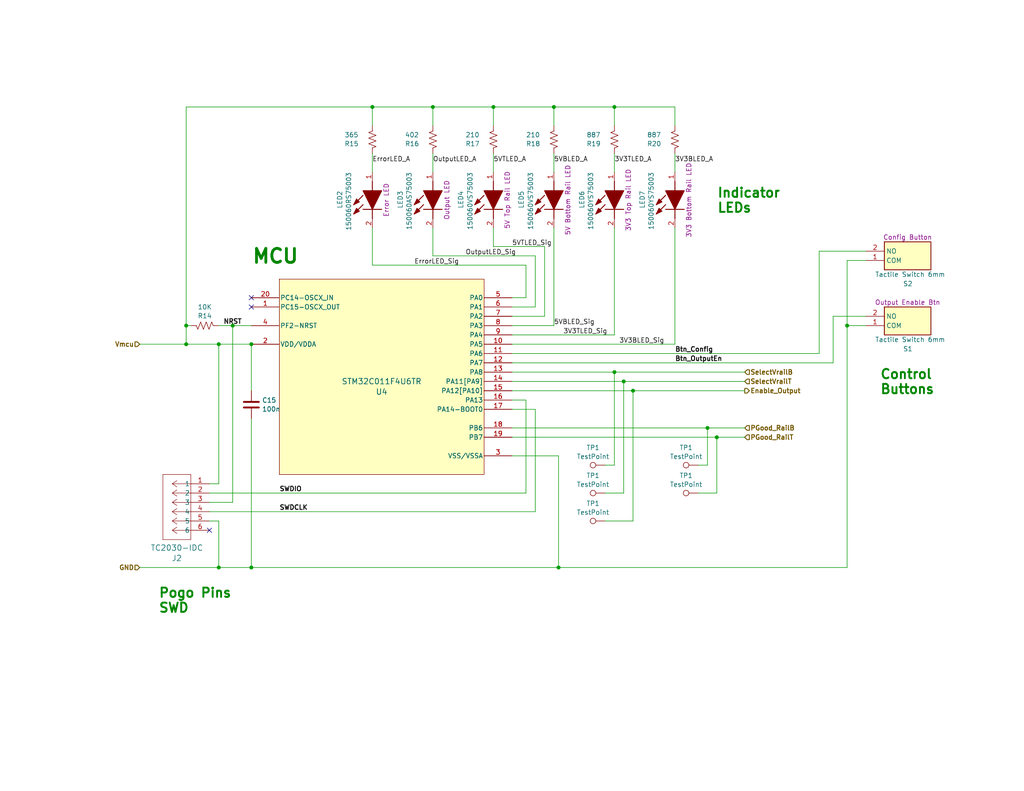
<source format=kicad_sch>
(kicad_sch (version 20230121) (generator eeschema)
  (paper "USLetter")
  (title_block (title "1016 Breadboard Power Supply - MCU Control") (date "2023-10-01") (rev "1") (company "Dan Wilson") (comment 1 "Copyright © 2023, Dan Wilson"))
  (lib_symbols
    (symbol "1016:150060AS75003" (pin_names hide)
      (property "Reference" "LED" (at -8.89 8.89 0))
      (property "Value" "150060AS75003" (at -8.89 6.35 0))
      (symbol "150060AS75003_1_1"
        (polyline (pts (xy -5.08 0) (xy -2.54 0)) (stroke (width 0.254)))
        (polyline (pts (xy -2.54 2.54) (xy -2.54 -2.54)) (stroke (width 0.254)))
        (polyline (pts (xy -1.27 2.54) (xy -3.81 5.08)) (stroke (width 0.254)))
        (polyline (pts (xy 1.27 2.54) (xy -1.27 5.08)) (stroke (width 0.254)))
        (polyline (pts (xy 2.54 0) (xy 5.08 0)) (stroke (width 0.254)))
        (polyline (pts (xy -2.54 0) (xy 2.54 2.54) (xy 2.54 -2.54) (xy -2.54 0)) (stroke (width 0.254)) (fill (type outline)))
        (polyline (pts (xy -2.286 4.318) (xy -3.048 3.556) (xy -3.81 5.08) (xy -2.286 4.318)) (stroke (width 0.254)) (fill (type outline)))
        (polyline (pts (xy 0.254 4.318) (xy -0.508 3.556) (xy -1.27 5.08) (xy 0.254 4.318)) (stroke (width 0.254)) (fill (type outline)))
        (pin passive line (at 7.62 0 180) (length 2.54) (name "A") (number "1"))
        (pin passive line (at -7.62 0 0) (length 2.54) (name "K") (number "2"))
      )
    )
    (symbol "1016:150060RS75003" (pin_names hide)
      (property "Reference" "LED" (at -8.89 8.89 0))
      (property "Value" "150060RS75003" (at -8.89 6.35 0))
      (symbol "150060RS75003_1_1"
        (polyline (pts (xy -5.08 0) (xy -2.54 0)) (stroke (width 0.254)))
        (polyline (pts (xy -2.54 2.54) (xy -2.54 -2.54)) (stroke (width 0.254)))
        (polyline (pts (xy -1.27 2.54) (xy -3.81 5.08)) (stroke (width 0.254)))
        (polyline (pts (xy 1.27 2.54) (xy -1.27 5.08)) (stroke (width 0.254)))
        (polyline (pts (xy 2.54 0) (xy 5.08 0)) (stroke (width 0.254)))
        (polyline (pts (xy -2.54 0) (xy 2.54 2.54) (xy 2.54 -2.54) (xy -2.54 0)) (stroke (width 0.254)) (fill (type outline)))
        (polyline (pts (xy -2.286 4.318) (xy -3.048 3.556) (xy -3.81 5.08) (xy -2.286 4.318)) (stroke (width 0.254)) (fill (type outline)))
        (polyline (pts (xy 0.254 4.318) (xy -0.508 3.556) (xy -1.27 5.08) (xy 0.254 4.318)) (stroke (width 0.254)) (fill (type outline)))
        (pin passive line (at 7.62 0 180) (length 2.54) (name "A") (number "1"))
        (pin passive line (at -7.62 0 0) (length 2.54) (name "K") (number "2"))
      )
    )
    (symbol "1016:150060VS75003" (pin_names hide)
      (property "Reference" "LED" (at -8.89 8.89 0))
      (property "Value" "150060VS75003" (at -8.89 6.35 0))
      (symbol "150060VS75003_1_1"
        (polyline (pts (xy -5.08 0) (xy -2.54 0)) (stroke (width 0.254)))
        (polyline (pts (xy -2.54 2.54) (xy -2.54 -2.54)) (stroke (width 0.254)))
        (polyline (pts (xy -1.27 2.54) (xy -3.81 5.08)) (stroke (width 0.254)))
        (polyline (pts (xy 1.27 2.54) (xy -1.27 5.08)) (stroke (width 0.254)))
        (polyline (pts (xy 2.54 0) (xy 5.08 0)) (stroke (width 0.254)))
        (polyline (pts (xy -2.54 0) (xy 2.54 2.54) (xy 2.54 -2.54) (xy -2.54 0)) (stroke (width 0.254)) (fill (type outline)))
        (polyline (pts (xy -2.286 4.318) (xy -3.048 3.556) (xy -3.81 5.08) (xy -2.286 4.318)) (stroke (width 0.254)) (fill (type outline)))
        (polyline (pts (xy 0.254 4.318) (xy -0.508 3.556) (xy -1.27 5.08) (xy 0.254 4.318)) (stroke (width 0.254)) (fill (type outline)))
        (pin passive line (at 7.62 0 180) (length 2.54) (name "A") (number "1"))
        (pin passive line (at -7.62 0 0) (length 2.54) (name "K") (number "2"))
      )
    )
    (symbol "1016:150060YS75003" (pin_names hide)
      (property "Reference" "LED" (at -8.89 8.89 0))
      (property "Value" "150060YS75003" (at -8.89 6.35 0))
      (symbol "150060YS75003_1_1"
        (polyline (pts (xy -5.08 0) (xy -2.54 0)) (stroke (width 0.254)))
        (polyline (pts (xy -2.54 2.54) (xy -2.54 -2.54)) (stroke (width 0.254)))
        (polyline (pts (xy -1.27 2.54) (xy -3.81 5.08)) (stroke (width 0.254)))
        (polyline (pts (xy 1.27 2.54) (xy -1.27 5.08)) (stroke (width 0.254)))
        (polyline (pts (xy 2.54 0) (xy 5.08 0)) (stroke (width 0.254)))
        (polyline (pts (xy -2.54 0) (xy 2.54 2.54) (xy 2.54 -2.54) (xy -2.54 0)) (stroke (width 0.254)) (fill (type outline)))
        (polyline (pts (xy -2.286 4.318) (xy -3.048 3.556) (xy -3.81 5.08) (xy -2.286 4.318)) (stroke (width 0.254)) (fill (type outline)))
        (polyline (pts (xy 0.254 4.318) (xy -0.508 3.556) (xy -1.27 5.08) (xy 0.254 4.318)) (stroke (width 0.254)) (fill (type outline)))
        (pin passive line (at 7.62 0 180) (length 2.54) (name "A") (number "1"))
        (pin passive line (at -7.62 0 0) (length 2.54) (name "K") (number "2"))
      )
    )
    (symbol "1016:PTS636_SK25J_SMTR_LFS"
      (property "Reference" "S?" (at -1.27 8.89 0))
      (property "Value" "PTS636_SK25J_SMTR_LFS" (at -11.43 6.35 0))
      (symbol "PTS636_SK25J_SMTR_LFS_1_1"
        (rectangle (start -6.35 3.81) (end 6.35 -3.81) (stroke (width 0.254)) (fill (type background)))
        (pin passive line (at -11.43 1.27 0) (length 5.08) (name "COM") (number "1"))
        (pin passive line (at -11.43 -1.27 0) (length 5.08) (name "NO") (number "2"))
      )
    )
    (symbol "1016:STM32C011F4U6TR" (pin_names (offset 0.254))
      (property "Reference" "U4" (at 35.56 -25.6928 0))
      (property "Value" "STM32C011F4U6TR" (at 35.56 -22.86 0))
      (symbol "STM32C011F4U6TR_0_1"
        (pin bidirectional line (at 71.12 -2.54 180) (length 7.62) (name "PC15-OSCX_OUT") (number "1"))
        (pin bidirectional line (at 0 -12.7 0) (length 7.62) (name "PA5") (number "10"))
        (pin bidirectional line (at 0 -15.24 0) (length 7.62) (name "PA6") (number "11"))
        (pin bidirectional line (at 0 -17.78 0) (length 7.62) (name "PA7") (number "12"))
        (pin bidirectional line (at 0 -20.32 0) (length 7.62) (name "PA8") (number "13"))
        (pin bidirectional line (at 0 -22.86 0) (length 7.62) (name "PA11[PA9]") (number "14"))
        (pin bidirectional line (at 0 -25.4 0) (length 7.62) (name "PA12[PA10]") (number "15"))
        (pin bidirectional line (at 0 -27.94 0) (length 7.62) (name "PA13") (number "16"))
        (pin bidirectional line (at 0 -30.48 0) (length 7.62) (name "PA14-BOOT0") (number "17"))
        (pin bidirectional line (at 0 -35.56 0) (length 7.62) (name "PB6") (number "18"))
        (pin bidirectional line (at 0 -38.1 0) (length 7.62) (name "PB7") (number "19"))
        (pin power_in line (at 71.12 -12.7 180) (length 7.62) (name "VDD/VDDA") (number "2"))
        (pin bidirectional line (at 71.12 0 180) (length 7.62) (name "PC14-OSCX_IN") (number "20"))
        (pin power_in line (at 0 -43.18 0) (length 7.62) (name "VSS/VSSA") (number "3"))
        (pin bidirectional line (at 71.12 -7.62 180) (length 7.62) (name "PF2-NRST") (number "4"))
        (pin bidirectional line (at 0 0 0) (length 7.62) (name "PA0") (number "5"))
        (pin bidirectional line (at 0 -2.54 0) (length 7.62) (name "PA1") (number "6"))
        (pin bidirectional line (at 0 -5.08 0) (length 7.62) (name "PA2") (number "7"))
        (pin bidirectional line (at 0 -7.62 0) (length 7.62) (name "PA3") (number "8"))
        (pin bidirectional line (at 0 -10.16 0) (length 7.62) (name "PA4") (number "9"))
      )
      (symbol "STM32C011F4U6TR_1_1"
        (rectangle (start 7.62 5.08) (end 63.5 -48.26) (fill (type background)))
      )
    )
    (symbol "1016:TC2030-IDC" (pin_names (offset 0.254))
      (property "Reference" "J" (at 3.81 12.7 0))
      (property "Value" "TC2030-IDC" (at 3.81 10.16 0))
      (symbol "TC2030-IDC_1_1"
        (polyline (pts (xy 0 -8.89) (xy 7.62 -8.89)) (stroke (width 0.127)))
        (polyline (pts (xy 0 8.89) (xy 0 -8.89)) (stroke (width 0.127)))
        (polyline (pts (xy 5.08 -6.35) (xy 0 -6.35)) (stroke (width 0.127)))
        (polyline (pts (xy 5.08 -6.35) (xy 3.81 -7.1967)) (stroke (width 0.127)))
        (polyline (pts (xy 5.08 -6.35) (xy 3.81 -5.5033)) (stroke (width 0.127)))
        (polyline (pts (xy 5.08 -3.81) (xy 0 -3.81)) (stroke (width 0.127)))
        (polyline (pts (xy 5.08 -3.81) (xy 3.81 -4.6567)) (stroke (width 0.127)))
        (polyline (pts (xy 5.08 -3.81) (xy 3.81 -2.9633)) (stroke (width 0.127)))
        (polyline (pts (xy 5.08 -1.27) (xy 0 -1.27)) (stroke (width 0.127)))
        (polyline (pts (xy 5.08 -1.27) (xy 3.81 -2.1167)) (stroke (width 0.127)))
        (polyline (pts (xy 5.08 -1.27) (xy 3.81 -0.4233)) (stroke (width 0.127)))
        (polyline (pts (xy 5.08 1.27) (xy 0 1.27)) (stroke (width 0.127)))
        (polyline (pts (xy 5.08 1.27) (xy 3.81 0.4233)) (stroke (width 0.127)))
        (polyline (pts (xy 5.08 1.27) (xy 3.81 2.1167)) (stroke (width 0.127)))
        (polyline (pts (xy 5.08 3.81) (xy 0 3.81)) (stroke (width 0.127)))
        (polyline (pts (xy 5.08 3.81) (xy 3.81 2.9633)) (stroke (width 0.127)))
        (polyline (pts (xy 5.08 3.81) (xy 3.81 4.6567)) (stroke (width 0.127)))
        (polyline (pts (xy 5.08 6.35) (xy 0 6.35)) (stroke (width 0.127)))
        (polyline (pts (xy 5.08 6.35) (xy 3.81 5.5033)) (stroke (width 0.127)))
        (polyline (pts (xy 5.08 6.35) (xy 3.81 7.1967)) (stroke (width 0.127)))
        (polyline (pts (xy 7.62 -8.89) (xy 7.62 8.89)) (stroke (width 0.127)))
        (polyline (pts (xy 7.62 8.89) (xy 0 8.89)) (stroke (width 0.127)))
        (pin passive line (at -5.08 6.35 0) (length 5.08) (name "1") (number "1"))
        (pin passive line (at -5.08 3.81 0) (length 5.08) (name "2") (number "2"))
        (pin passive line (at -5.08 1.27 0) (length 5.08) (name "3") (number "3"))
        (pin passive line (at -5.08 -1.27 0) (length 5.08) (name "4") (number "4"))
        (pin passive line (at -5.08 -3.81 0) (length 5.08) (name "5") (number "5"))
        (pin passive line (at -5.08 -6.35 0) (length 5.08) (name "6") (number "6"))
      )
      (symbol "TC2030-IDC_1_2"
        (polyline (pts (xy 5.08 -15.24) (xy 12.7 -15.24)) (stroke (width 0.127)))
        (polyline (pts (xy 5.08 2.54) (xy 5.08 -15.24)) (stroke (width 0.127)))
        (polyline (pts (xy 7.62 -12.7) (xy 5.08 -12.7)) (stroke (width 0.127)))
        (polyline (pts (xy 7.62 -12.7) (xy 8.89 -13.5467)) (stroke (width 0.127)))
        (polyline (pts (xy 7.62 -12.7) (xy 8.89 -11.8533)) (stroke (width 0.127)))
        (polyline (pts (xy 7.62 -10.16) (xy 5.08 -10.16)) (stroke (width 0.127)))
        (polyline (pts (xy 7.62 -10.16) (xy 8.89 -11.0067)) (stroke (width 0.127)))
        (polyline (pts (xy 7.62 -10.16) (xy 8.89 -9.3133)) (stroke (width 0.127)))
        (polyline (pts (xy 7.62 -7.62) (xy 5.08 -7.62)) (stroke (width 0.127)))
        (polyline (pts (xy 7.62 -7.62) (xy 8.89 -8.4667)) (stroke (width 0.127)))
        (polyline (pts (xy 7.62 -7.62) (xy 8.89 -6.7733)) (stroke (width 0.127)))
        (polyline (pts (xy 7.62 -5.08) (xy 5.08 -5.08)) (stroke (width 0.127)))
        (polyline (pts (xy 7.62 -5.08) (xy 8.89 -5.9267)) (stroke (width 0.127)))
        (polyline (pts (xy 7.62 -5.08) (xy 8.89 -4.2333)) (stroke (width 0.127)))
        (polyline (pts (xy 7.62 -2.54) (xy 5.08 -2.54)) (stroke (width 0.127)))
        (polyline (pts (xy 7.62 -2.54) (xy 8.89 -3.3867)) (stroke (width 0.127)))
        (polyline (pts (xy 7.62 -2.54) (xy 8.89 -1.6933)) (stroke (width 0.127)))
        (polyline (pts (xy 7.62 0) (xy 5.08 0)) (stroke (width 0.127)))
        (polyline (pts (xy 7.62 0) (xy 8.89 -0.8467)) (stroke (width 0.127)))
        (polyline (pts (xy 7.62 0) (xy 8.89 0.8467)) (stroke (width 0.127)))
        (polyline (pts (xy 12.7 -15.24) (xy 12.7 2.54)) (stroke (width 0.127)))
        (polyline (pts (xy 12.7 2.54) (xy 5.08 2.54)) (stroke (width 0.127)))
        (pin passive line (at 0 0 0) (length 5.08) (name "1") (number "1"))
        (pin passive line (at 0 -2.54 0) (length 5.08) (name "2") (number "2"))
        (pin passive line (at 0 -5.08 0) (length 5.08) (name "3") (number "3"))
        (pin passive line (at 0 -7.62 0) (length 5.08) (name "4") (number "4"))
        (pin passive line (at 0 -10.16 0) (length 5.08) (name "5") (number "5"))
        (pin passive line (at 0 -12.7 0) (length 5.08) (name "6") (number "6"))
      )
    )
    (symbol "Connector:TestPoint" (pin_numbers hide) (pin_names (offset 0.762) hide)
      (property "Reference" "TP" (at 0 6.858 0))
      (property "Value" "TestPoint" (at 0 5.08 0))
      (symbol "TestPoint_0_1"
        (circle (center 0 3.302) (radius 0.762))
      )
      (symbol "TestPoint_1_1"
        (pin passive line (at 0 0 90) (length 2.54) (name "1") (number "1"))
      )
    )
    (symbol "Device:C" (pin_numbers hide) (pin_names (offset 0.254))
      (property "Reference" "C" (at 0.635 2.54 0))
      (property "Value" "C" (at 0.635 -2.54 0))
      (symbol "C_0_1"
        (polyline (pts (xy -2.032 -0.762) (xy 2.032 -0.762)) (stroke (width 0.508)))
        (polyline (pts (xy -2.032 0.762) (xy 2.032 0.762)) (stroke (width 0.508)))
      )
      (symbol "C_1_1"
        (pin passive line (at 0 3.81 270) (length 2.794) (name "~") (number "1"))
        (pin passive line (at 0 -3.81 90) (length 2.794) (name "~") (number "2"))
      )
    )
    (symbol "Device:R_US" (pin_numbers hide) (pin_names (offset 0))
      (property "Reference" "R" (at 2.54 0 90))
      (property "Value" "R_US" (at -2.54 0 90))
      (symbol "R_US_0_1"
        (polyline (pts (xy 0 -2.286) (xy 0 -2.54)))
        (polyline (pts (xy 0 2.286) (xy 0 2.54)))
        (polyline (pts (xy 0 -0.762) (xy 1.016 -1.143) (xy 0 -1.524) (xy -1.016 -1.905) (xy 0 -2.286)))
        (polyline (pts (xy 0 0.762) (xy 1.016 0.381) (xy 0 0) (xy -1.016 -0.381) (xy 0 -0.762)))
        (polyline (pts (xy 0 2.286) (xy 1.016 1.905) (xy 0 1.524) (xy -1.016 1.143) (xy 0 0.762)))
      )
      (symbol "R_US_1_1"
        (pin passive line (at 0 3.81 270) (length 1.27) (name "~") (number "1"))
        (pin passive line (at 0 -3.81 90) (length 1.27) (name "~") (number "2"))
      )
    )
  )
  (junction (at 118.11 29.21))
  (junction (at 231.14 88.9))
  (junction (at 50.8 88.9))
  (junction (at 59.69 154.94))
  (junction (at 151.13 29.21))
  (junction (at 167.64 101.6))
  (junction (at 68.58 154.94))
  (junction (at 134.62 29.21))
  (junction (at 167.64 29.21))
  (junction (at 152.4 154.94))
  (junction (at 59.69 93.98))
  (junction (at 195.58 119.38))
  (junction (at 170.18 104.14))
  (junction (at 101.6 29.21))
  (junction (at 193.04 116.84))
  (junction (at 68.58 93.98))
  (junction (at 172.72 106.68))
  (junction (at 50.8 93.98))
  (junction (at 63.5 88.9))
  (no_connect (at 57.15 144.78))
  (no_connect (at 68.58 81.28))
  (no_connect (at 68.58 83.82))
  (wire (pts (xy 184.15 29.21) (xy 184.15 34.29)))
  (wire (pts (xy 151.13 88.9) (xy 139.7 88.9)))
  (wire (pts (xy 50.8 93.98) (xy 59.69 93.98)))
  (wire (pts (xy 57.15 142.24) (xy 59.69 142.24)))
  (wire (pts (xy 227.33 86.36) (xy 236.22 86.36)))
  (wire (pts (xy 170.18 104.14) (xy 203.2 104.14)))
  (wire (pts (xy 167.64 101.6) (xy 203.2 101.6)))
  (wire (pts (xy 172.72 106.68) (xy 203.2 106.68)))
  (wire (pts (xy 184.15 62.23) (xy 184.15 93.98)))
  (wire (pts (xy 195.58 119.38) (xy 203.2 119.38)))
  (wire (pts (xy 184.15 93.98) (xy 139.7 93.98)))
  (wire (pts (xy 148.59 67.31) (xy 148.59 86.36)))
  (wire (pts (xy 50.8 29.21) (xy 101.6 29.21)))
  (wire (pts (xy 231.14 88.9) (xy 231.14 154.94)))
  (wire (pts (xy 146.05 83.82) (xy 139.7 83.82)))
  (wire (pts (xy 167.64 29.21) (xy 167.64 34.29)))
  (wire (pts (xy 227.33 99.06) (xy 227.33 86.36)))
  (wire (pts (xy 134.62 41.91) (xy 134.62 46.99)))
  (wire (pts (xy 139.7 101.6) (xy 167.64 101.6)))
  (wire (pts (xy 134.62 62.23) (xy 134.62 67.31)))
  (wire (pts (xy 167.64 29.21) (xy 184.15 29.21)))
  (wire (pts (xy 223.52 68.58) (xy 236.22 68.58)))
  (wire (pts (xy 101.6 29.21) (xy 101.6 34.29)))
  (wire (pts (xy 151.13 29.21) (xy 167.64 29.21)))
  (wire (pts (xy 59.69 132.08) (xy 57.15 132.08)))
  (wire (pts (xy 118.11 69.85) (xy 146.05 69.85)))
  (wire (pts (xy 134.62 29.21) (xy 134.62 34.29)))
  (wire (pts (xy 118.11 41.91) (xy 118.11 46.99)))
  (wire (pts (xy 223.52 96.52) (xy 223.52 68.58)))
  (wire (pts (xy 167.64 62.23) (xy 167.64 91.44)))
  (wire (pts (xy 167.64 127) (xy 167.64 101.6)))
  (wire (pts (xy 139.7 99.06) (xy 227.33 99.06)))
  (wire (pts (xy 139.7 111.76) (xy 146.05 111.76)))
  (wire (pts (xy 68.58 93.98) (xy 68.58 106.68)))
  (wire (pts (xy 236.22 71.12) (xy 231.14 71.12)))
  (wire (pts (xy 151.13 62.23) (xy 151.13 88.9)))
  (wire (pts (xy 172.72 142.24) (xy 172.72 106.68)))
  (wire (pts (xy 50.8 88.9) (xy 50.8 29.21)))
  (wire (pts (xy 118.11 29.21) (xy 118.11 34.29)))
  (wire (pts (xy 167.64 41.91) (xy 167.64 46.99)))
  (wire (pts (xy 167.64 91.44) (xy 139.7 91.44)))
  (wire (pts (xy 190.5 127) (xy 193.04 127)))
  (wire (pts (xy 146.05 111.76) (xy 146.05 139.7)))
  (wire (pts (xy 139.7 109.22) (xy 143.51 109.22)))
  (wire (pts (xy 143.51 109.22) (xy 143.51 134.62)))
  (wire (pts (xy 195.58 134.62) (xy 195.58 119.38)))
  (wire (pts (xy 68.58 154.94) (xy 152.4 154.94)))
  (wire (pts (xy 50.8 88.9) (xy 50.8 93.98)))
  (wire (pts (xy 190.5 134.62) (xy 195.58 134.62)))
  (wire (pts (xy 165.1 134.62) (xy 170.18 134.62)))
  (wire (pts (xy 152.4 124.46) (xy 139.7 124.46)))
  (wire (pts (xy 139.7 96.52) (xy 223.52 96.52)))
  (wire (pts (xy 59.69 154.94) (xy 68.58 154.94)))
  (wire (pts (xy 101.6 46.99) (xy 101.6 41.91)))
  (wire (pts (xy 57.15 139.7) (xy 146.05 139.7)))
  (wire (pts (xy 101.6 29.21) (xy 118.11 29.21)))
  (wire (pts (xy 231.14 154.94) (xy 152.4 154.94)))
  (wire (pts (xy 63.5 88.9) (xy 68.58 88.9)))
  (wire (pts (xy 193.04 116.84) (xy 203.2 116.84)))
  (wire (pts (xy 139.7 119.38) (xy 195.58 119.38)))
  (wire (pts (xy 59.69 88.9) (xy 63.5 88.9)))
  (wire (pts (xy 170.18 134.62) (xy 170.18 104.14)))
  (wire (pts (xy 139.7 116.84) (xy 193.04 116.84)))
  (wire (pts (xy 68.58 114.3) (xy 68.58 154.94)))
  (wire (pts (xy 101.6 72.39) (xy 143.51 72.39)))
  (wire (pts (xy 59.69 142.24) (xy 59.69 154.94)))
  (wire (pts (xy 63.5 88.9) (xy 63.5 137.16)))
  (wire (pts (xy 139.7 104.14) (xy 170.18 104.14)))
  (wire (pts (xy 59.69 93.98) (xy 68.58 93.98)))
  (wire (pts (xy 63.5 137.16) (xy 57.15 137.16)))
  (wire (pts (xy 165.1 142.24) (xy 172.72 142.24)))
  (wire (pts (xy 59.69 93.98) (xy 59.69 132.08)))
  (wire (pts (xy 52.07 88.9) (xy 50.8 88.9)))
  (wire (pts (xy 134.62 67.31) (xy 148.59 67.31)))
  (wire (pts (xy 38.1 154.94) (xy 59.69 154.94)))
  (wire (pts (xy 151.13 41.91) (xy 151.13 46.99)))
  (wire (pts (xy 184.15 41.91) (xy 184.15 46.99)))
  (wire (pts (xy 231.14 71.12) (xy 231.14 88.9)))
  (wire (pts (xy 118.11 29.21) (xy 134.62 29.21)))
  (wire (pts (xy 165.1 127) (xy 167.64 127)))
  (wire (pts (xy 193.04 127) (xy 193.04 116.84)))
  (wire (pts (xy 101.6 62.23) (xy 101.6 72.39)))
  (wire (pts (xy 152.4 154.94) (xy 152.4 124.46)))
  (wire (pts (xy 151.13 29.21) (xy 151.13 34.29)))
  (wire (pts (xy 143.51 72.39) (xy 143.51 81.28)))
  (wire (pts (xy 139.7 106.68) (xy 172.72 106.68)))
  (wire (pts (xy 143.51 81.28) (xy 139.7 81.28)))
  (wire (pts (xy 134.62 29.21) (xy 151.13 29.21)))
  (wire (pts (xy 118.11 62.23) (xy 118.11 69.85)))
  (wire (pts (xy 146.05 69.85) (xy 146.05 83.82)))
  (wire (pts (xy 148.59 86.36) (xy 139.7 86.36)))
  (wire (pts (xy 231.14 88.9) (xy 236.22 88.9)))
  (wire (pts (xy 57.15 134.62) (xy 143.51 134.62)))
  (wire (pts (xy 38.1 93.98) (xy 50.8 93.98)))
  (text "Indicator\nLEDs" (at 195.58 58.42 0) (effects (font (size 2.54 2.54) bold) (justify left bottom)))
  (text "Control\nButtons" (at 240.03 107.95 0) (effects (font (size 2.54 2.54) bold) (justify left bottom)))
  (text "MCU" (at 68.58 72.39 0) (effects (font (size 3.81 3.81) bold) (justify left bottom)))
  (text "Pogo Pins\nSWD" (at 43.18 167.64 0) (effects (font (size 2.54 2.54) bold) (justify left bottom)))
  (label "5VTLED_Sig" (at 139.7 67.31 0))
  (label "3V3BLED_A" (at 184.15 44.45 0))
  (label "5VTLED_A" (at 134.62 44.45 0))
  (label "5VBLED_Sig" (at 151.13 88.9 0))
  (label "Btn_OutputEn" (at 184.15 99.06 0) (effects (font bold)))
  (label "5VBLED_A" (at 151.13 44.45 0))
  (label "ErrorLED_A" (at 101.6 44.45 0))
  (label "ErrorLED_Sig" (at 113.03 72.39 0))
  (label "OutputLED_A" (at 118.11 44.45 0))
  (label "SWDIO" (at 76.2 134.62 0) (effects (font bold)))
  (label "Btn_Config" (at 184.15 96.52 0) (effects (font bold)))
  (label "SWDCLK" (at 76.2 139.7 0) (effects (font bold)))
  (label "OutputLED_Sig" (at 127 69.85 0))
  (label "NRST" (at 66.04 88.9 180) (effects (font bold)))
  (label "3V3TLED_Sig" (at 153.67 91.44 0))
  (label "3V3TLED_A" (at 167.64 44.45 0))
  (label "3V3BLED_Sig" (at 168.91 93.98 0))
  (hierarchical_label "SelectVrailT" (shape input) (at 203.2 104.14 0) (effects (font bold)))
  (hierarchical_label "Vmcu" (shape input) (at 38.1 93.98 180) (effects (font bold)))
  (hierarchical_label "GND" (shape input) (at 38.1 154.94 180) (effects (font bold)))
  (hierarchical_label "PGood_RailB" (shape input) (at 203.2 116.84 0) (effects (font bold)))
  (hierarchical_label "SelectVrailB" (shape input) (at 203.2 101.6 0) (effects (font bold)))
  (hierarchical_label "PGood_RailT" (shape input) (at 203.2 119.38 0) (effects (font bold)))
  (hierarchical_label "Enable_Output" (shape output) (at 203.2 106.68 0) (effects (font bold)))
  (symbol (lib_id "Device:R_US") (at 118.11 38.1 0) (mirror x) (unit 1)
    (property "Reference" "R16" (at 110.49 39.2542 0) (effects (justify left)))
    (property "Value" "402" (at 110.49 36.83 0) (effects (justify left)))
    (property "Footprint" "Resistor_SMD:R_0603_1608Metric" (effects hide))
    (property "Datasheet" "https://www.mouser.com/datasheet/2/447/YAGEO_PYu_RC_Group_51_RoHS_L_12-3313492.pdf" (effects hide))
    (property "LCSC Part Number" "C185331" (effects hide))
    (property "Manufacturer_Name" "Yageo" (effects hide))
    (property "Manufacturer_Part_Number" "RC0603FR-07402RL" (effects hide))
    (property "Mouser Part Number" "603-RC0603FR-07402RL" (effects hide))
    (property "Spec" "402 100mW" (effects hide))
    (property "Description" "Output LED Resistor" (effects hide))
    (property "Height" "0.45" (effects hide))
  )
  (symbol (lib_id "1016:150060VS75003") (at 151.13 54.61 90) (unit 1)
    (property "Reference" "LED5" (at 142.24 52.07 0) (effects (justify right)))
    (property "Value" "150060VS75003" (at 144.78 46.99 0) (effects (justify right)))
    (property "Footprint" "1016:LEDC1608X80N" (effects hide))
    (property "Datasheet" "https://www.we-online.com/catalog/datasheet/150060VS75003.pdf" (effects hide))
    (property "Height" "0.7" (effects hide))
    (property "Mouser Part Number" "710-150060VS75003" (effects hide))
    (property "Manufacturer_Name" "Wurth Elektronik" (effects hide))
    (property "Manufacturer_Part_Number" "150060VS75003" (effects hide))
    (property "Description" "5V Bottom Rail LED" (at 154.94 54.61 0))
    (property "Spec" "Grn 570nm" (effects hide))
  )
  (symbol (lib_id "Device:R_US") (at 134.62 38.1 0) (mirror x) (unit 1)
    (property "Reference" "R17" (at 127 39.2542 0) (effects (justify left)))
    (property "Value" "210" (at 127 36.83 0) (effects (justify left)))
    (property "Footprint" "Resistor_SMD:R_0603_1608Metric" (effects hide))
    (property "Datasheet" "https://www.mouser.com/datasheet/2/447/PYu_AC_51_RoHS_L_9-3005297.pdf" (effects hide))
    (property "LCSC Part Number" "C227706" (effects hide))
    (property "Manufacturer_Name" "Yageo" (effects hide))
    (property "Manufacturer_Part_Number" "AC0603FR-07210RL" (effects hide))
    (property "Mouser Part Number" "603-AC0603FR-07210RL" (effects hide))
    (property "Spec" "210 100mW" (effects hide))
    (property "Description" "5V Top Rail LED Resistor" (effects hide))
    (property "Height" "0.45" (effects hide))
  )
  (symbol (lib_id "1016:PTS636_SK25J_SMTR_LFS") (at 247.65 87.63 0) (mirror x) (unit 1)
    (property "Reference" "S1" (at 246.38 95.25 0) (effects (justify left)))
    (property "Value" "Tactile Switch 6mm" (at 238.76 92.71 0) (effects (justify left)))
    (property "Footprint" "PTS636SK25JSMTRLFS" (effects hide))
    (property "Datasheet" "https://www.mouser.com/datasheet/2/60/pts636-1550567.pdf" (effects hide))
    (property "Height" "2.7" (effects hide))
    (property "Manufacturer_Name" "C & K COMPONENTS" (effects hide))
    (property "Manufacturer_Part_Number" "PTS636 SK25J SMTR LFS" (effects hide))
    (property "Mouser Part Number" "611-PTS636SK25JSMTRL" (effects hide))
    (property "Description" "Output Enable Btn" (at 247.65 82.55 0))
    (property "LCSC Part Number" "C2800965" (effects hide))
    (property "Spec" "50mA 12Vdc 250gf" (effects hide))
  )
  (symbol (lib_id "Connector:TestPoint") (at 190.5 134.62 90) (unit 1) (in_bom no)
    (property "Reference" "TP1" (at 187.198 129.8407 90))
    (property "Value" "TestPoint" (at 187.198 132.2649 90))
    (property "Footprint" "TestPoint:TestPoint_THTPad_D1.0mm_Drill0.5mm" (effects hide))
    (instances (project "1016 Breadboard Power Supply" (path "" (reference "TP1") (unit 1)) (path "" (reference "TP9") (unit 1))))
  )
  (symbol (lib_id "1016:150060YS75003") (at 184.15 54.61 90) (unit 1)
    (property "Reference" "LED7" (at 175.26 52.07 0) (effects (justify right)))
    (property "Value" "150060YS75003" (at 177.6842 46.99 0) (effects (justify right)))
    (property "Footprint" "1016:LEDC1608X80N" (effects hide))
    (property "Datasheet" "https://www.we-online.com/catalog/datasheet/150060YS75003.pdf" (effects hide))
    (property "Height" "0.7" (effects hide))
    (property "Mouser Part Number" "710-150060YS75003" (effects hide))
    (property "Manufacturer_Name" "Wurth Elektronik" (effects hide))
    (property "Manufacturer_Part_Number" "150060YS75003" (effects hide))
    (property "Description" "3V3 Bottom Rail LED" (at 187.96 54.61 0))
    (property "Spec" "Yellow 590nm" (effects hide))
  )
  (symbol (lib_id "1016:150060VS75003") (at 134.62 54.61 90) (unit 1)
    (property "Reference" "LED4" (at 125.73 52.07 0) (effects (justify right)))
    (property "Value" "150060VS75003" (at 128.27 46.99 0) (effects (justify right)))
    (property "Footprint" "1016:LEDC1608X80N" (effects hide))
    (property "Datasheet" "https://www.we-online.com/catalog/datasheet/150060VS75003.pdf" (effects hide))
    (property "Height" "0.7" (effects hide))
    (property "Mouser Part Number" "710-150060VS75003" (effects hide))
    (property "Manufacturer_Name" "Wurth Elektronik" (effects hide))
    (property "Manufacturer_Part_Number" "150060VS75003" (effects hide))
    (property "Description" "5V Top Rail LED" (at 138.43 54.61 0))
    (property "Spec" "Grn 570nm" (effects hide))
  )
  (symbol (lib_id "Connector:TestPoint") (at 165.1 134.62 90) (unit 1) (in_bom no)
    (property "Reference" "TP1" (at 161.798 129.8407 90))
    (property "Value" "TestPoint" (at 161.798 132.2649 90))
    (property "Footprint" "TestPoint:TestPoint_THTPad_D1.0mm_Drill0.5mm" (effects hide))
    (instances (project "1016 Breadboard Power Supply" (path "" (reference "TP1") (unit 1)) (path "" (reference "TP6") (unit 1))))
  )
  (symbol (lib_id "1016:150060AS75003") (at 118.11 54.61 90) (unit 1)
    (property "Reference" "LED3" (at 109.22 52.07 0) (effects (justify right)))
    (property "Value" "150060AS75003" (at 111.6442 46.99 0) (effects (justify right)))
    (property "Footprint" "1016:LEDC1608X80N" (effects hide))
    (property "Datasheet" "https://www.we-online.com/catalog/datasheet/150060AS75003.pdf" (effects hide))
    (property "Height" "0.7" (effects hide))
    (property "Mouser Part Number" "710-150060AS75003" (effects hide))
    (property "Manufacturer_Name" "Wurth Elektronik" (effects hide))
    (property "Manufacturer_Part_Number" "150060AS75003" (effects hide))
    (property "Description" "Output LED" (at 121.92 54.61 0))
    (property "Spec" "Amber 605nm" (effects hide))
  )
  (symbol (lib_id "1016:STM32C011F4U6TR") (at 139.7 81.28 0) (mirror y) (unit 1)
    (property "Reference" "U4" (at 104.14 106.9728 0) (effects (font (size 1.524 1.524))))
    (property "Value" "STM32C011F4U6TR" (at 104.14 104.14 0) (effects (font (size 1.524 1.524))))
    (property "Footprint" "UFQFPN20_3X3_STM" (effects hide))
    (property "Datasheet" "https://www.mouser.com/datasheet/2/389/stm32c011d6-3082107.pdf" (effects hide))
    (property "Description" "Microcontroller" (effects hide))
    (property "Height" "0.55" (effects hide))
    (property "LCSC Part Number" "C5456188" (effects hide))
    (property "Manufacturer_Name" "ST Micro" (effects hide))
    (property "Manufacturer_Part_Number" "STM32C011F4U6TR" (effects hide))
    (property "Mouser Part Number" "511-STM32C011F4U6TR" (effects hide))
    (property "Spec" "48MHz ARM M0" (effects hide))
  )
  (symbol (lib_id "Connector:TestPoint") (at 190.5 127 90) (unit 1) (in_bom no)
    (property "Reference" "TP1" (at 187.198 122.2207 90))
    (property "Value" "TestPoint" (at 187.198 124.6449 90))
    (property "Footprint" "TestPoint:TestPoint_THTPad_D1.0mm_Drill0.5mm" (effects hide))
    (instances (project "1016 Breadboard Power Supply" (path "" (reference "TP1") (unit 1)) (path "" (reference "TP8") (unit 1))))
  )
  (symbol (lib_id "Connector:TestPoint") (at 165.1 127 90) (unit 1) (in_bom no)
    (property "Reference" "TP1" (at 161.798 122.2207 90))
    (property "Value" "TestPoint" (at 161.798 124.6449 90))
    (property "Footprint" "TestPoint:TestPoint_THTPad_D1.0mm_Drill0.5mm" (effects hide))
    (instances (project "1016 Breadboard Power Supply" (path "" (reference "TP1") (unit 1)) (path "" (reference "TP5") (unit 1))))
  )
  (symbol (lib_id "1016:TC2030-IDC") (at 52.07 138.43 0) (mirror y) (unit 1) (in_bom no)
    (property "Reference" "J2" (at 48.26 152.4 0) (effects (font (size 1.524 1.524))))
    (property "Value" "TC2030-IDC" (at 48.26 149.5672 0) (effects (font (size 1.524 1.524))))
    (property "Footprint" "CONN_TC2030-IDC_TGC" (effects hide))
    (property "Datasheet" "https://www.tag-connect.com/wp-content/uploads/bsk-pdf-manager/2019/12/TC2030-IDC-Datasheet-Rev-B.pdf" (effects hide))
    (property "Description" "SWD Pogo Pin Connector" (effects hide))
    (property "Height" "0" (effects hide))
    (property "Manufacturer_Name" "Tag-Connect" (effects hide))
    (property "Manufacturer_Part_Number" "TC2030-IDC" (effects hide))
    (property "Spec" "6-Pin SWD" (effects hide))
  )
  (symbol (lib_id "Device:R_US") (at 101.6 38.1 0) (mirror x) (unit 1)
    (property "Reference" "R15" (at 93.98 39.2542 0) (effects (justify left)))
    (property "Value" "365" (at 93.98 36.83 0) (effects (justify left)))
    (property "Footprint" "Resistor_SMD:R_0603_1608Metric" (effects hide))
    (property "Datasheet" "https://www.mouser.com/datasheet/2/447/PYu_AC_51_RoHS_L_9-3005297.pdf" (effects hide))
    (property "LCSC Part Number" "C227839" (effects hide))
    (property "Manufacturer_Name" "Yageo" (effects hide))
    (property "Manufacturer_Part_Number" "AC0603FR-07365RL" (effects hide))
    (property "Mouser Part Number" "603-AC0603FR-07365RL" (effects hide))
    (property "Spec" "365 100mW" (effects hide))
    (property "Description" "Error LED Resistor" (effects hide))
    (property "Height" "0.45" (effects hide))
  )
  (symbol (lib_id "Connector:TestPoint") (at 165.1 142.24 90) (unit 1) (in_bom no)
    (property "Reference" "TP1" (at 161.798 137.4607 90))
    (property "Value" "TestPoint" (at 161.798 139.8849 90))
    (property "Footprint" "TestPoint:TestPoint_THTPad_D1.0mm_Drill0.5mm" (effects hide))
    (instances (project "1016 Breadboard Power Supply" (path "" (reference "TP1") (unit 1)) (path "" (reference "TP7") (unit 1))))
  )
  (symbol (lib_id "Device:C") (at 68.58 110.49 0) (unit 1)
    (property "Reference" "C15" (at 71.501 109.2779 0) (effects (justify left)))
    (property "Value" "100n" (at 71.501 111.7021 0) (effects (justify left)))
    (property "Footprint" "Capacitor_SMD:C_0603_1608Metric" (effects hide))
    (property "Datasheet" "https://www.mouser.com/datasheet/2/585/MLCC-1837944.pdf" (effects hide))
    (property "Description" "Bypass Capacitor" (effects hide))
    (property "Height" "0.8" (effects hide))
    (property "LCSC Part Number" "C1590" (effects hide))
    (property "Manufacturer_Name" "Samsung" (effects hide))
    (property "Manufacturer_Part_Number" "CL10B104KA8NNNC" (effects hide))
    (property "Mouser Part Number" "187-CL10B104KA8NNNC" (effects hide))
    (property "Spec" "100n 25V" (effects hide))
  )
  (symbol (lib_id "Device:R_US") (at 55.88 88.9 90) (mirror x) (unit 1)
    (property "Reference" "R14" (at 55.88 86.2442 90))
    (property "Value" "10K" (at 55.88 83.82 90))
    (property "Footprint" "Resistor_SMD:R_0603_1608Metric" (effects hide))
    (property "Datasheet" "https://www.mouser.com/datasheet/2/447/YAGEO_PYu_RC_Group_51_RoHS_L_12-3313492.pdf" (effects hide))
    (property "Description" "Nreset Pull-Up Resistor" (effects hide))
    (property "Height" "0.45" (effects hide))
    (property "LCSC Part Number" "C98220" (effects hide))
    (property "Manufacturer_Name" "Yageo" (effects hide))
    (property "Manufacturer_Part_Number" "RC0603FR-0710KL" (effects hide))
    (property "Mouser Part Number" "603-RC0603FR-0710KL" (effects hide))
    (property "Spec" "10K 100mW" (effects hide))
  )
  (symbol (lib_id "Device:R_US") (at 151.13 38.1 0) (mirror x) (unit 1)
    (property "Reference" "R18" (at 143.51 39.2542 0) (effects (justify left)))
    (property "Value" "210" (at 143.51 36.83 0) (effects (justify left)))
    (property "Footprint" "Resistor_SMD:R_0603_1608Metric" (effects hide))
    (property "Datasheet" "https://www.mouser.com/datasheet/2/447/PYu_AC_51_RoHS_L_9-3005297.pdf" (effects hide))
    (property "LCSC Part Number" "C227706" (effects hide))
    (property "Manufacturer_Name" "Yageo" (effects hide))
    (property "Manufacturer_Part_Number" "AC0603FR-07210RL" (effects hide))
    (property "Mouser Part Number" "603-AC0603FR-07210RL" (effects hide))
    (property "Spec" "210 100mW" (effects hide))
    (property "Description" "5V Bottom Rail LED Resistor" (effects hide))
    (property "Height" "0.45" (effects hide))
  )
  (symbol (lib_id "1016:150060YS75003") (at 167.64 54.61 90) (unit 1)
    (property "Reference" "LED6" (at 158.75 52.07 0) (effects (justify right)))
    (property "Value" "150060YS75003" (at 161.1742 46.99 0) (effects (justify right)))
    (property "Footprint" "1016:LEDC1608X80N" (effects hide))
    (property "Datasheet" "https://www.we-online.com/catalog/datasheet/150060YS75003.pdf" (effects hide))
    (property "Height" "0.7" (effects hide))
    (property "Mouser Part Number" "710-150060YS75003" (effects hide))
    (property "Manufacturer_Name" "Wurth Elektronik" (effects hide))
    (property "Manufacturer_Part_Number" "150060YS75003" (effects hide))
    (property "Description" "3V3 Top Rail LED" (at 171.45 54.61 0))
    (property "Spec" "Yellow 590nm" (effects hide))
  )
  (symbol (lib_id "Device:R_US") (at 167.64 38.1 0) (mirror x) (unit 1)
    (property "Reference" "R19" (at 160.02 39.2542 0) (effects (justify left)))
    (property "Value" "887" (at 160.02 36.83 0) (effects (justify left)))
    (property "Footprint" "Resistor_SMD:R_0603_1608Metric" (effects hide))
    (property "Datasheet" "https://www.mouser.com/datasheet/2/447/YAGEO_PYu_RC_Group_51_RoHS_L_12-3313492.pdf" (effects hide))
    (property "LCSC Part Number" "C273768" (effects hide))
    (property "Manufacturer_Name" "Yageo" (effects hide))
    (property "Manufacturer_Part_Number" "RC0603FR-07887RL" (effects hide))
    (property "Mouser Part Number" "603-RC0603FR-07887RL" (effects hide))
    (property "Spec" "887 100mW" (effects hide))
    (property "Description" "3V3 Top Rail Resistor" (effects hide))
    (property "Height" "0.45" (effects hide))
  )
  (symbol (lib_id "1016:PTS636_SK25J_SMTR_LFS") (at 247.65 69.85 0) (mirror x) (unit 1)
    (property "Reference" "S2" (at 246.38 77.47 0) (effects (justify left)))
    (property "Value" "Tactile Switch 6mm" (at 238.76 74.93 0) (effects (justify left)))
    (property "Footprint" "PTS636SK25JSMTRLFS" (effects hide))
    (property "Datasheet" "https://www.mouser.com/datasheet/2/60/pts636-1550567.pdf" (effects hide))
    (property "Height" "2.7" (effects hide))
    (property "Manufacturer_Name" "C & K COMPONENTS" (effects hide))
    (property "Manufacturer_Part_Number" "PTS636 SK25J SMTR LFS" (effects hide))
    (property "Mouser Part Number" "611-PTS636SK25JSMTRL" (effects hide))
    (property "Description" "Config Button" (at 247.65 64.77 0))
    (property "LCSC Part Number" "C2800965" (effects hide))
    (property "Spec" "50mA 12Vdc 250gf" (effects hide))
  )
  (symbol (lib_id "Device:R_US") (at 184.15 38.1 0) (mirror x) (unit 1)
    (property "Reference" "R20" (at 176.53 39.2542 0) (effects (justify left)))
    (property "Value" "887" (at 176.53 36.83 0) (effects (justify left)))
    (property "Footprint" "Resistor_SMD:R_0603_1608Metric" (effects hide))
    (property "Datasheet" "https://www.mouser.com/datasheet/2/447/YAGEO_PYu_RC_Group_51_RoHS_L_12-3313492.pdf" (effects hide))
    (property "LCSC Part Number" "C273768" (effects hide))
    (property "Manufacturer_Name" "Yageo" (effects hide))
    (property "Manufacturer_Part_Number" "RC0603FR-07887RL" (effects hide))
    (property "Mouser Part Number" "603-RC0603FR-07887RL" (effects hide))
    (property "Spec" "887 100mW" (effects hide))
    (property "Description" "3V3 Bottom Rail Resistor" (effects hide))
    (property "Height" "0.45" (effects hide))
  )
  (symbol (lib_id "1016:150060RS75003") (at 101.6 54.61 90) (unit 1)
    (property "Reference" "LED2" (at 92.71 52.07 0) (effects (justify right)))
    (property "Value" "150060RS75003" (at 95.1342 46.99 0) (effects (justify right)))
    (property "Footprint" "1016:LEDC1608X80N" (effects hide))
    (property "Datasheet" "https://www.we-online.com/catalog/datasheet/150060RS75003.pdf" (effects hide))
    (property "Height" "0.7" (effects hide))
    (property "Mouser Part Number" "710-150060RS75003" (effects hide))
    (property "Manufacturer_Name" "Wurth Elektronik" (effects hide))
    (property "Manufacturer_Part_Number" "150060RS75003" (effects hide))
    (property "Description" "Error LED" (at 105.41 54.61 0))
    (property "Spec" "Red 625nm" (effects hide))
  )
)
</source>
